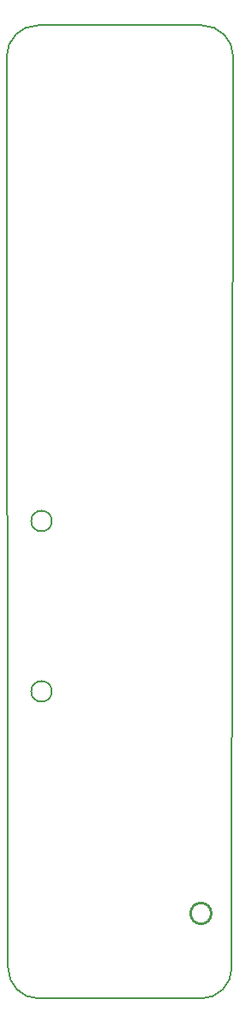
<source format=gbr>
%TF.GenerationSoftware,KiCad,Pcbnew,9.0.3*%
%TF.CreationDate,2025-09-25T22:47:40-04:00*%
%TF.ProjectId,Photon,50686f74-6f6e-42e6-9b69-6361645f7063,1.3*%
%TF.SameCoordinates,Original*%
%TF.FileFunction,Profile,NP*%
%FSLAX46Y46*%
G04 Gerber Fmt 4.6, Leading zero omitted, Abs format (unit mm)*
G04 Created by KiCad (PCBNEW 9.0.3) date 2025-09-25 22:47:40*
%MOMM*%
%LPD*%
G01*
G04 APERTURE LIST*
%TA.AperFunction,Profile*%
%ADD10C,0.200000*%
%TD*%
%TA.AperFunction,Profile*%
%ADD11C,0.250000*%
%TD*%
G04 APERTURE END LIST*
D10*
X41910000Y-112776000D02*
X41779261Y-23114000D01*
X46228000Y-68834000D02*
G75*
G02*
X44196000Y-68834000I-1016000J0D01*
G01*
X44196000Y-68834000D02*
G75*
G02*
X46228000Y-68834000I1016000J0D01*
G01*
X61090739Y-20066000D02*
G75*
G02*
X64138700Y-23114000I-39J-3048000D01*
G01*
X64138700Y-23114000D02*
X64008000Y-112776000D01*
X60960000Y-115824000D02*
X44958000Y-115824000D01*
X46228000Y-85598000D02*
G75*
G02*
X44196000Y-85598000I-1016000J0D01*
G01*
X44196000Y-85598000D02*
G75*
G02*
X46228000Y-85598000I1016000J0D01*
G01*
X41779261Y-23114000D02*
G75*
G02*
X44827261Y-20065961I3048039J0D01*
G01*
X64008000Y-112776000D02*
G75*
G02*
X60960000Y-115824000I-3048000J0D01*
G01*
X44827261Y-20066002D02*
X61090739Y-20066001D01*
X44958000Y-115824000D02*
G75*
G02*
X41910000Y-112776000I0J3048000D01*
G01*
D11*
%TO.C,BT1*%
X61981505Y-107442000D02*
G75*
G02*
X59938495Y-107442000I-1021505J0D01*
G01*
X59938495Y-107442000D02*
G75*
G02*
X61981505Y-107442000I1021505J0D01*
G01*
%TD*%
M02*

</source>
